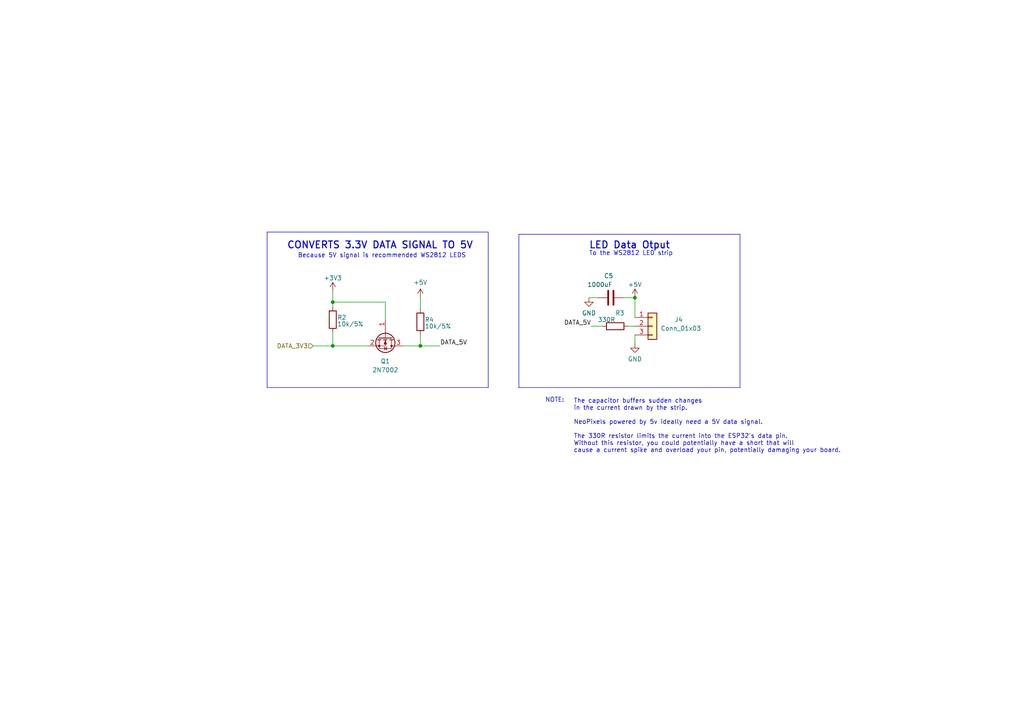
<source format=kicad_sch>
(kicad_sch (version 20230121) (generator eeschema)

  (uuid bbfa9207-5a38-49ed-b1ac-ddd6105ef167)

  (paper "A4")

  (lib_symbols
    (symbol "Connector_Generic:Conn_01x03" (pin_names (offset 1.016) hide) (in_bom yes) (on_board yes)
      (property "Reference" "J" (at 0 5.08 0)
        (effects (font (size 1.27 1.27)))
      )
      (property "Value" "Conn_01x03" (at 0 -5.08 0)
        (effects (font (size 1.27 1.27)))
      )
      (property "Footprint" "" (at 0 0 0)
        (effects (font (size 1.27 1.27)) hide)
      )
      (property "Datasheet" "~" (at 0 0 0)
        (effects (font (size 1.27 1.27)) hide)
      )
      (property "ki_keywords" "connector" (at 0 0 0)
        (effects (font (size 1.27 1.27)) hide)
      )
      (property "ki_description" "Generic connector, single row, 01x03, script generated (kicad-library-utils/schlib/autogen/connector/)" (at 0 0 0)
        (effects (font (size 1.27 1.27)) hide)
      )
      (property "ki_fp_filters" "Connector*:*_1x??_*" (at 0 0 0)
        (effects (font (size 1.27 1.27)) hide)
      )
      (symbol "Conn_01x03_1_1"
        (rectangle (start -1.27 -2.413) (end 0 -2.667)
          (stroke (width 0.1524) (type default))
          (fill (type none))
        )
        (rectangle (start -1.27 0.127) (end 0 -0.127)
          (stroke (width 0.1524) (type default))
          (fill (type none))
        )
        (rectangle (start -1.27 2.667) (end 0 2.413)
          (stroke (width 0.1524) (type default))
          (fill (type none))
        )
        (rectangle (start -1.27 3.81) (end 1.27 -3.81)
          (stroke (width 0.254) (type default))
          (fill (type background))
        )
        (pin passive line (at -5.08 2.54 0) (length 3.81)
          (name "Pin_1" (effects (font (size 1.27 1.27))))
          (number "1" (effects (font (size 1.27 1.27))))
        )
        (pin passive line (at -5.08 0 0) (length 3.81)
          (name "Pin_2" (effects (font (size 1.27 1.27))))
          (number "2" (effects (font (size 1.27 1.27))))
        )
        (pin passive line (at -5.08 -2.54 0) (length 3.81)
          (name "Pin_3" (effects (font (size 1.27 1.27))))
          (number "3" (effects (font (size 1.27 1.27))))
        )
      )
    )
    (symbol "Device:C" (pin_numbers hide) (pin_names (offset 0.254)) (in_bom yes) (on_board yes)
      (property "Reference" "C" (at 0.635 2.54 0)
        (effects (font (size 1.27 1.27)) (justify left))
      )
      (property "Value" "C" (at 0.635 -2.54 0)
        (effects (font (size 1.27 1.27)) (justify left))
      )
      (property "Footprint" "" (at 0.9652 -3.81 0)
        (effects (font (size 1.27 1.27)) hide)
      )
      (property "Datasheet" "~" (at 0 0 0)
        (effects (font (size 1.27 1.27)) hide)
      )
      (property "ki_keywords" "cap capacitor" (at 0 0 0)
        (effects (font (size 1.27 1.27)) hide)
      )
      (property "ki_description" "Unpolarized capacitor" (at 0 0 0)
        (effects (font (size 1.27 1.27)) hide)
      )
      (property "ki_fp_filters" "C_*" (at 0 0 0)
        (effects (font (size 1.27 1.27)) hide)
      )
      (symbol "C_0_1"
        (polyline
          (pts
            (xy -2.032 -0.762)
            (xy 2.032 -0.762)
          )
          (stroke (width 0.508) (type default))
          (fill (type none))
        )
        (polyline
          (pts
            (xy -2.032 0.762)
            (xy 2.032 0.762)
          )
          (stroke (width 0.508) (type default))
          (fill (type none))
        )
      )
      (symbol "C_1_1"
        (pin passive line (at 0 3.81 270) (length 2.794)
          (name "~" (effects (font (size 1.27 1.27))))
          (number "1" (effects (font (size 1.27 1.27))))
        )
        (pin passive line (at 0 -3.81 90) (length 2.794)
          (name "~" (effects (font (size 1.27 1.27))))
          (number "2" (effects (font (size 1.27 1.27))))
        )
      )
    )
    (symbol "Device:R" (pin_numbers hide) (pin_names (offset 0)) (in_bom yes) (on_board yes)
      (property "Reference" "R" (at 2.032 0 90)
        (effects (font (size 1.27 1.27)))
      )
      (property "Value" "R" (at 0 0 90)
        (effects (font (size 1.27 1.27)))
      )
      (property "Footprint" "" (at -1.778 0 90)
        (effects (font (size 1.27 1.27)) hide)
      )
      (property "Datasheet" "~" (at 0 0 0)
        (effects (font (size 1.27 1.27)) hide)
      )
      (property "ki_keywords" "R res resistor" (at 0 0 0)
        (effects (font (size 1.27 1.27)) hide)
      )
      (property "ki_description" "Resistor" (at 0 0 0)
        (effects (font (size 1.27 1.27)) hide)
      )
      (property "ki_fp_filters" "R_*" (at 0 0 0)
        (effects (font (size 1.27 1.27)) hide)
      )
      (symbol "R_0_1"
        (rectangle (start -1.016 -2.54) (end 1.016 2.54)
          (stroke (width 0.254) (type default))
          (fill (type none))
        )
      )
      (symbol "R_1_1"
        (pin passive line (at 0 3.81 270) (length 1.27)
          (name "~" (effects (font (size 1.27 1.27))))
          (number "1" (effects (font (size 1.27 1.27))))
        )
        (pin passive line (at 0 -3.81 90) (length 1.27)
          (name "~" (effects (font (size 1.27 1.27))))
          (number "2" (effects (font (size 1.27 1.27))))
        )
      )
    )
    (symbol "Transistor_FET:2N7002" (pin_names hide) (in_bom yes) (on_board yes)
      (property "Reference" "Q" (at 5.08 1.905 0)
        (effects (font (size 1.27 1.27)) (justify left))
      )
      (property "Value" "2N7002" (at 5.08 0 0)
        (effects (font (size 1.27 1.27)) (justify left))
      )
      (property "Footprint" "Package_TO_SOT_SMD:SOT-23" (at 5.08 -1.905 0)
        (effects (font (size 1.27 1.27) italic) (justify left) hide)
      )
      (property "Datasheet" "https://www.onsemi.com/pub/Collateral/NDS7002A-D.PDF" (at 0 0 0)
        (effects (font (size 1.27 1.27)) (justify left) hide)
      )
      (property "ki_keywords" "N-Channel Switching MOSFET" (at 0 0 0)
        (effects (font (size 1.27 1.27)) hide)
      )
      (property "ki_description" "0.115A Id, 60V Vds, N-Channel MOSFET, SOT-23" (at 0 0 0)
        (effects (font (size 1.27 1.27)) hide)
      )
      (property "ki_fp_filters" "SOT?23*" (at 0 0 0)
        (effects (font (size 1.27 1.27)) hide)
      )
      (symbol "2N7002_0_1"
        (polyline
          (pts
            (xy 0.254 0)
            (xy -2.54 0)
          )
          (stroke (width 0) (type default))
          (fill (type none))
        )
        (polyline
          (pts
            (xy 0.254 1.905)
            (xy 0.254 -1.905)
          )
          (stroke (width 0.254) (type default))
          (fill (type none))
        )
        (polyline
          (pts
            (xy 0.762 -1.27)
            (xy 0.762 -2.286)
          )
          (stroke (width 0.254) (type default))
          (fill (type none))
        )
        (polyline
          (pts
            (xy 0.762 0.508)
            (xy 0.762 -0.508)
          )
          (stroke (width 0.254) (type default))
          (fill (type none))
        )
        (polyline
          (pts
            (xy 0.762 2.286)
            (xy 0.762 1.27)
          )
          (stroke (width 0.254) (type default))
          (fill (type none))
        )
        (polyline
          (pts
            (xy 2.54 2.54)
            (xy 2.54 1.778)
          )
          (stroke (width 0) (type default))
          (fill (type none))
        )
        (polyline
          (pts
            (xy 2.54 -2.54)
            (xy 2.54 0)
            (xy 0.762 0)
          )
          (stroke (width 0) (type default))
          (fill (type none))
        )
        (polyline
          (pts
            (xy 0.762 -1.778)
            (xy 3.302 -1.778)
            (xy 3.302 1.778)
            (xy 0.762 1.778)
          )
          (stroke (width 0) (type default))
          (fill (type none))
        )
        (polyline
          (pts
            (xy 1.016 0)
            (xy 2.032 0.381)
            (xy 2.032 -0.381)
            (xy 1.016 0)
          )
          (stroke (width 0) (type default))
          (fill (type outline))
        )
        (polyline
          (pts
            (xy 2.794 0.508)
            (xy 2.921 0.381)
            (xy 3.683 0.381)
            (xy 3.81 0.254)
          )
          (stroke (width 0) (type default))
          (fill (type none))
        )
        (polyline
          (pts
            (xy 3.302 0.381)
            (xy 2.921 -0.254)
            (xy 3.683 -0.254)
            (xy 3.302 0.381)
          )
          (stroke (width 0) (type default))
          (fill (type none))
        )
        (circle (center 1.651 0) (radius 2.794)
          (stroke (width 0.254) (type default))
          (fill (type none))
        )
        (circle (center 2.54 -1.778) (radius 0.254)
          (stroke (width 0) (type default))
          (fill (type outline))
        )
        (circle (center 2.54 1.778) (radius 0.254)
          (stroke (width 0) (type default))
          (fill (type outline))
        )
      )
      (symbol "2N7002_1_1"
        (pin input line (at -5.08 0 0) (length 2.54)
          (name "G" (effects (font (size 1.27 1.27))))
          (number "1" (effects (font (size 1.27 1.27))))
        )
        (pin passive line (at 2.54 -5.08 90) (length 2.54)
          (name "S" (effects (font (size 1.27 1.27))))
          (number "2" (effects (font (size 1.27 1.27))))
        )
        (pin passive line (at 2.54 5.08 270) (length 2.54)
          (name "D" (effects (font (size 1.27 1.27))))
          (number "3" (effects (font (size 1.27 1.27))))
        )
      )
    )
    (symbol "power:+3V3" (power) (pin_names (offset 0)) (in_bom yes) (on_board yes)
      (property "Reference" "#PWR" (at 0 -3.81 0)
        (effects (font (size 1.27 1.27)) hide)
      )
      (property "Value" "+3V3" (at 0 3.556 0)
        (effects (font (size 1.27 1.27)))
      )
      (property "Footprint" "" (at 0 0 0)
        (effects (font (size 1.27 1.27)) hide)
      )
      (property "Datasheet" "" (at 0 0 0)
        (effects (font (size 1.27 1.27)) hide)
      )
      (property "ki_keywords" "global power" (at 0 0 0)
        (effects (font (size 1.27 1.27)) hide)
      )
      (property "ki_description" "Power symbol creates a global label with name \"+3V3\"" (at 0 0 0)
        (effects (font (size 1.27 1.27)) hide)
      )
      (symbol "+3V3_0_1"
        (polyline
          (pts
            (xy -0.762 1.27)
            (xy 0 2.54)
          )
          (stroke (width 0) (type default))
          (fill (type none))
        )
        (polyline
          (pts
            (xy 0 0)
            (xy 0 2.54)
          )
          (stroke (width 0) (type default))
          (fill (type none))
        )
        (polyline
          (pts
            (xy 0 2.54)
            (xy 0.762 1.27)
          )
          (stroke (width 0) (type default))
          (fill (type none))
        )
      )
      (symbol "+3V3_1_1"
        (pin power_in line (at 0 0 90) (length 0) hide
          (name "+3V3" (effects (font (size 1.27 1.27))))
          (number "1" (effects (font (size 1.27 1.27))))
        )
      )
    )
    (symbol "power:+5V" (power) (pin_names (offset 0)) (in_bom yes) (on_board yes)
      (property "Reference" "#PWR" (at 0 -3.81 0)
        (effects (font (size 1.27 1.27)) hide)
      )
      (property "Value" "+5V" (at 0 3.556 0)
        (effects (font (size 1.27 1.27)))
      )
      (property "Footprint" "" (at 0 0 0)
        (effects (font (size 1.27 1.27)) hide)
      )
      (property "Datasheet" "" (at 0 0 0)
        (effects (font (size 1.27 1.27)) hide)
      )
      (property "ki_keywords" "global power" (at 0 0 0)
        (effects (font (size 1.27 1.27)) hide)
      )
      (property "ki_description" "Power symbol creates a global label with name \"+5V\"" (at 0 0 0)
        (effects (font (size 1.27 1.27)) hide)
      )
      (symbol "+5V_0_1"
        (polyline
          (pts
            (xy -0.762 1.27)
            (xy 0 2.54)
          )
          (stroke (width 0) (type default))
          (fill (type none))
        )
        (polyline
          (pts
            (xy 0 0)
            (xy 0 2.54)
          )
          (stroke (width 0) (type default))
          (fill (type none))
        )
        (polyline
          (pts
            (xy 0 2.54)
            (xy 0.762 1.27)
          )
          (stroke (width 0) (type default))
          (fill (type none))
        )
      )
      (symbol "+5V_1_1"
        (pin power_in line (at 0 0 90) (length 0) hide
          (name "+5V" (effects (font (size 1.27 1.27))))
          (number "1" (effects (font (size 1.27 1.27))))
        )
      )
    )
    (symbol "power:GND" (power) (pin_names (offset 0)) (in_bom yes) (on_board yes)
      (property "Reference" "#PWR" (at 0 -6.35 0)
        (effects (font (size 1.27 1.27)) hide)
      )
      (property "Value" "GND" (at 0 -3.81 0)
        (effects (font (size 1.27 1.27)))
      )
      (property "Footprint" "" (at 0 0 0)
        (effects (font (size 1.27 1.27)) hide)
      )
      (property "Datasheet" "" (at 0 0 0)
        (effects (font (size 1.27 1.27)) hide)
      )
      (property "ki_keywords" "global power" (at 0 0 0)
        (effects (font (size 1.27 1.27)) hide)
      )
      (property "ki_description" "Power symbol creates a global label with name \"GND\" , ground" (at 0 0 0)
        (effects (font (size 1.27 1.27)) hide)
      )
      (symbol "GND_0_1"
        (polyline
          (pts
            (xy 0 0)
            (xy 0 -1.27)
            (xy 1.27 -1.27)
            (xy 0 -2.54)
            (xy -1.27 -1.27)
            (xy 0 -1.27)
          )
          (stroke (width 0) (type default))
          (fill (type none))
        )
      )
      (symbol "GND_1_1"
        (pin power_in line (at 0 0 270) (length 0) hide
          (name "GND" (effects (font (size 1.27 1.27))))
          (number "1" (effects (font (size 1.27 1.27))))
        )
      )
    )
  )

  (junction (at 121.92 100.33) (diameter 0) (color 0 0 0 0)
    (uuid 180588dc-e1e2-4fab-98bd-23546b4c599f)
  )
  (junction (at 96.52 100.33) (diameter 0) (color 0 0 0 0)
    (uuid 205ca301-8e0c-4933-8d53-1528e6072b78)
  )
  (junction (at 96.52 87.63) (diameter 0) (color 0 0 0 0)
    (uuid 30014833-27d3-473a-b70a-d4d4d25a8c22)
  )
  (junction (at 184.15 86.36) (diameter 0) (color 0 0 0 0)
    (uuid 49f5b3ee-c6f4-418f-9788-f290607faf15)
  )

  (wire (pts (xy 171.45 94.615) (xy 174.625 94.615))
    (stroke (width 0) (type default))
    (uuid 00263d84-98bc-45e9-a862-9dccdafa38ce)
  )
  (wire (pts (xy 116.84 100.33) (xy 121.92 100.33))
    (stroke (width 0) (type default))
    (uuid 06e7f269-0320-4e53-98df-b8eacb4e563a)
  )
  (wire (pts (xy 96.52 84.455) (xy 96.52 87.63))
    (stroke (width 0) (type default))
    (uuid 09f81ab3-dc51-4d8e-9b21-ea5652a51e50)
  )
  (wire (pts (xy 184.15 97.155) (xy 184.15 99.695))
    (stroke (width 0) (type default))
    (uuid 0ccaa191-b7e5-4870-ae3c-716474432bec)
  )
  (wire (pts (xy 121.92 100.33) (xy 121.92 97.155))
    (stroke (width 0) (type default))
    (uuid 2111d3ee-0c95-40a8-a34f-23db1579f25c)
  )
  (wire (pts (xy 121.92 86.36) (xy 121.92 89.535))
    (stroke (width 0) (type default))
    (uuid 232c417c-6c72-4df5-97d2-fdc2e9ac7147)
  )
  (wire (pts (xy 90.805 100.33) (xy 96.52 100.33))
    (stroke (width 0) (type default))
    (uuid 38b23a66-9702-4e1b-8e2e-d9d03723f6d6)
  )
  (wire (pts (xy 96.52 96.52) (xy 96.52 100.33))
    (stroke (width 0) (type default))
    (uuid 493917b3-3ff3-4a53-8ce5-b606c638fbba)
  )
  (polyline (pts (xy 150.495 67.945) (xy 214.63 67.945))
    (stroke (width 0) (type default))
    (uuid 4b150acb-ed44-4c47-8903-c0db9d18d88c)
  )
  (polyline (pts (xy 77.47 67.31) (xy 77.47 112.395))
    (stroke (width 0) (type default))
    (uuid 520a4262-f2e3-45ff-9dc0-856ddaeea6be)
  )
  (polyline (pts (xy 141.605 112.395) (xy 77.47 112.395))
    (stroke (width 0) (type default))
    (uuid 55842ba7-6998-45b7-8cb4-4652fa3b09f0)
  )

  (wire (pts (xy 111.76 87.63) (xy 111.76 92.71))
    (stroke (width 0) (type default))
    (uuid 5867469c-20ef-46b5-bea7-48e996ade232)
  )
  (wire (pts (xy 184.15 86.36) (xy 184.15 92.075))
    (stroke (width 0) (type default))
    (uuid 59f37e9c-1e93-4be2-a69d-b91cebaf207e)
  )
  (wire (pts (xy 170.815 86.36) (xy 173.355 86.36))
    (stroke (width 0) (type default))
    (uuid 5c40ee8d-a695-48d9-b4ad-ab9fc7df4613)
  )
  (wire (pts (xy 96.52 87.63) (xy 111.76 87.63))
    (stroke (width 0) (type default))
    (uuid 78d04734-42af-47d2-837d-3498f91aa2b8)
  )
  (polyline (pts (xy 150.495 67.945) (xy 150.495 112.395))
    (stroke (width 0) (type default))
    (uuid 7ef50864-4757-4145-9445-0f2624312dd0)
  )
  (polyline (pts (xy 77.47 67.31) (xy 141.605 67.31))
    (stroke (width 0) (type default))
    (uuid 856414d9-6d0c-47b1-9415-f540e07dc31f)
  )
  (polyline (pts (xy 214.63 67.945) (xy 214.63 112.395))
    (stroke (width 0) (type default))
    (uuid 87e2bdc9-66c7-468a-ab4a-132b9c05d8ed)
  )

  (wire (pts (xy 127.635 100.33) (xy 121.92 100.33))
    (stroke (width 0) (type default))
    (uuid 91bf1492-4bde-42b1-b105-aa7822c00974)
  )
  (polyline (pts (xy 141.605 67.31) (xy 141.605 112.395))
    (stroke (width 0) (type default))
    (uuid a656bf7a-fa39-4689-8d7b-3218bb4a7446)
  )

  (wire (pts (xy 184.15 94.615) (xy 182.245 94.615))
    (stroke (width 0) (type default))
    (uuid a942caf0-6a88-4992-a49c-9e936716fc37)
  )
  (wire (pts (xy 96.52 87.63) (xy 96.52 88.9))
    (stroke (width 0) (type default))
    (uuid bab3d7ac-7ca6-471b-b668-2336226fd078)
  )
  (wire (pts (xy 180.975 86.36) (xy 184.15 86.36))
    (stroke (width 0) (type default))
    (uuid cae05e1b-ba5e-48ea-8213-713efaee4ab9)
  )
  (polyline (pts (xy 214.63 112.395) (xy 150.495 112.395))
    (stroke (width 0) (type default))
    (uuid d6532b34-e159-4b5d-99d3-37fddde15400)
  )

  (wire (pts (xy 96.52 100.33) (xy 106.68 100.33))
    (stroke (width 0) (type default))
    (uuid dd272df5-7889-4e54-9941-8812a8682a80)
  )

  (text "CONVERTS 3.3V DATA SIGNAL TO 5V" (at 83.185 72.39 0)
    (effects (font (size 2 2) (thickness 0.3) bold) (justify left bottom))
    (uuid 5f0c70c9-50e5-4d1c-ac57-cc629ce60406)
  )
  (text "NOTE: \n" (at 158.115 116.84 0)
    (effects (font (size 1.27 1.27)) (justify left bottom))
    (uuid ae1c989c-e69d-40fd-9b44-7e29fac470f2)
  )
  (text "Because 5V signal is recommended WS2812 LEDS" (at 86.36 74.93 0)
    (effects (font (size 1.27 1.27)) (justify left bottom))
    (uuid ba2c160f-c2e3-41d9-bdb6-c69fa01ddaf2)
  )
  (text "The capacitor buffers sudden changes\nin the current drawn by the strip.\n\nNeoPixels powered by 5v ideally need a 5V data signal.\n\nThe 330R resistor limits the current into the ESP32's data pin.\nWithout this resistor, you could potentially have a short that will\ncause a current spike and overload your pin, potentially damaging your board."
    (at 166.37 131.445 0)
    (effects (font (size 1.27 1.27)) (justify left bottom))
    (uuid d028a8dd-f4ca-4a73-8aef-d09d6abcc510)
  )
  (text "LED Data Otput" (at 170.815 72.39 0)
    (effects (font (size 2 2) (thickness 0.3) bold) (justify left bottom))
    (uuid ef5b838a-133a-4f15-87b6-07f25eddbe54)
  )
  (text "To the WS2812 LED strip" (at 170.815 74.295 0)
    (effects (font (size 1.27 1.27)) (justify left bottom))
    (uuid f095a8c9-faae-47b2-86de-7957f6e7ed7d)
  )

  (label "DATA_5V" (at 171.45 94.615 180) (fields_autoplaced)
    (effects (font (size 1.27 1.27)) (justify right bottom))
    (uuid 2c4672e4-d1fe-4526-ae7f-e46039acf0e9)
  )
  (label "DATA_5V" (at 127.635 100.33 0) (fields_autoplaced)
    (effects (font (size 1.27 1.27)) (justify left bottom))
    (uuid ba30231a-abf9-4a32-b062-1be35b9a496e)
  )

  (hierarchical_label "DATA_3V3" (shape input) (at 90.805 100.33 180) (fields_autoplaced)
    (effects (font (size 1.27 1.27)) (justify right))
    (uuid f9f72740-2e8c-46d5-9fe2-49bcacd1f7ca)
  )

  (symbol (lib_id "Device:R") (at 178.435 94.615 270) (mirror x) (unit 1)
    (in_bom yes) (on_board yes) (dnp no)
    (uuid 00b3a3b9-fcd7-4f31-bc5d-11c1d8f2c75c)
    (property "Reference" "R3" (at 178.435 90.805 90)
      (effects (font (size 1.27 1.27)) (justify left))
    )
    (property "Value" "330R" (at 173.355 92.71 90)
      (effects (font (size 1.27 1.27)) (justify left))
    )
    (property "Footprint" "Resistor_SMD:R_0603_1608Metric" (at 178.435 96.393 90)
      (effects (font (size 1.27 1.27)) hide)
    )
    (property "Datasheet" "~" (at 178.435 94.615 0)
      (effects (font (size 1.27 1.27)) hide)
    )
    (property "Vendor" "JLCPCB" (at 178.435 94.615 0)
      (effects (font (size 1.27 1.27)) hide)
    )
    (property "MPN" "0603WAF3300T5E" (at 178.435 94.615 0)
      (effects (font (size 1.27 1.27)) hide)
    )
    (pin "1" (uuid 26611a92-18c1-42ef-8c15-36242ee677aa))
    (pin "2" (uuid 0d8e2d56-7b6c-436c-858f-1e1ffe37fedf))
    (instances
      (project "MoodLamp"
        (path "/e63e39d7-6ac0-4ffd-8aa3-1841a4541b55"
          (reference "R3") (unit 1)
        )
        (path "/e63e39d7-6ac0-4ffd-8aa3-1841a4541b55/032f2ca1-9d1b-487a-bf50-5e7532767389"
          (reference "R3") (unit 1)
        )
      )
    )
  )

  (symbol (lib_id "Device:R") (at 96.52 92.71 0) (unit 1)
    (in_bom yes) (on_board yes) (dnp no)
    (uuid 01e44f70-ddbf-49f4-82fd-a21e20f2f82d)
    (property "Reference" "R2" (at 97.79 92.075 0)
      (effects (font (size 1.27 1.27)) (justify left))
    )
    (property "Value" "10k/5%" (at 97.79 93.98 0)
      (effects (font (size 1.27 1.27)) (justify left))
    )
    (property "Footprint" "Resistor_SMD:R_0603_1608Metric" (at 94.742 92.71 90)
      (effects (font (size 1.27 1.27)) hide)
    )
    (property "Datasheet" "~" (at 96.52 92.71 0)
      (effects (font (size 1.27 1.27)) hide)
    )
    (property "Vendor" "JLCPCB" (at 96.52 92.71 0)
      (effects (font (size 1.27 1.27)) hide)
    )
    (property "MPN" "0603WAF1002T5E" (at 96.52 92.71 0)
      (effects (font (size 1.27 1.27)) hide)
    )
    (pin "1" (uuid 71a899a6-5b34-4fc2-98b4-f365111d23fb))
    (pin "2" (uuid 4a82a219-83ec-4ac7-b48a-f7bfc89d9bb6))
    (instances
      (project "MoodLamp"
        (path "/e63e39d7-6ac0-4ffd-8aa3-1841a4541b55"
          (reference "R2") (unit 1)
        )
        (path "/e63e39d7-6ac0-4ffd-8aa3-1841a4541b55/032f2ca1-9d1b-487a-bf50-5e7532767389"
          (reference "R2") (unit 1)
        )
      )
    )
  )

  (symbol (lib_id "power:+5V") (at 121.92 86.36 0) (unit 1)
    (in_bom yes) (on_board yes) (dnp no)
    (uuid 178a2230-ece1-4d15-b8ca-68052a640e97)
    (property "Reference" "#PWR011" (at 121.92 90.17 0)
      (effects (font (size 1.27 1.27)) hide)
    )
    (property "Value" "+5V" (at 121.92 81.915 0)
      (effects (font (size 1.27 1.27)))
    )
    (property "Footprint" "" (at 121.92 86.36 0)
      (effects (font (size 1.27 1.27)) hide)
    )
    (property "Datasheet" "" (at 121.92 86.36 0)
      (effects (font (size 1.27 1.27)) hide)
    )
    (pin "1" (uuid 068b1c2b-aa85-44fb-abae-9a503bb9a8fa))
    (instances
      (project "MoodLamp"
        (path "/e63e39d7-6ac0-4ffd-8aa3-1841a4541b55"
          (reference "#PWR011") (unit 1)
        )
        (path "/e63e39d7-6ac0-4ffd-8aa3-1841a4541b55/032f2ca1-9d1b-487a-bf50-5e7532767389"
          (reference "#PWR020") (unit 1)
        )
      )
    )
  )

  (symbol (lib_id "power:GND") (at 170.815 86.36 0) (mirror y) (unit 1)
    (in_bom yes) (on_board yes) (dnp no) (fields_autoplaced)
    (uuid 20565c21-311c-4ab4-90ac-f450d9ec566b)
    (property "Reference" "#PWR010" (at 170.815 92.71 0)
      (effects (font (size 1.27 1.27)) hide)
    )
    (property "Value" "GND" (at 170.815 90.805 0)
      (effects (font (size 1.27 1.27)))
    )
    (property "Footprint" "" (at 170.815 86.36 0)
      (effects (font (size 1.27 1.27)) hide)
    )
    (property "Datasheet" "" (at 170.815 86.36 0)
      (effects (font (size 1.27 1.27)) hide)
    )
    (pin "1" (uuid 94de6d98-4b1f-47c3-8b1f-f5a00281d3bb))
    (instances
      (project "MoodLamp"
        (path "/e63e39d7-6ac0-4ffd-8aa3-1841a4541b55"
          (reference "#PWR010") (unit 1)
        )
        (path "/e63e39d7-6ac0-4ffd-8aa3-1841a4541b55/032f2ca1-9d1b-487a-bf50-5e7532767389"
          (reference "#PWR011") (unit 1)
        )
      )
    )
  )

  (symbol (lib_id "power:+3V3") (at 96.52 84.455 0) (unit 1)
    (in_bom yes) (on_board yes) (dnp no) (fields_autoplaced)
    (uuid 4b9be009-ddfc-42c4-8d56-011b6598e95d)
    (property "Reference" "#PWR020" (at 96.52 88.265 0)
      (effects (font (size 1.27 1.27)) hide)
    )
    (property "Value" "+3V3" (at 96.52 80.645 0)
      (effects (font (size 1.27 1.27)))
    )
    (property "Footprint" "" (at 96.52 84.455 0)
      (effects (font (size 1.27 1.27)) hide)
    )
    (property "Datasheet" "" (at 96.52 84.455 0)
      (effects (font (size 1.27 1.27)) hide)
    )
    (pin "1" (uuid 0e61fafb-6ce0-4a23-bdef-223bd633be21))
    (instances
      (project "MoodLamp"
        (path "/e63e39d7-6ac0-4ffd-8aa3-1841a4541b55"
          (reference "#PWR020") (unit 1)
        )
        (path "/e63e39d7-6ac0-4ffd-8aa3-1841a4541b55/032f2ca1-9d1b-487a-bf50-5e7532767389"
          (reference "#PWR08") (unit 1)
        )
      )
    )
  )

  (symbol (lib_id "Connector_Generic:Conn_01x03") (at 189.23 94.615 0) (unit 1)
    (in_bom yes) (on_board yes) (dnp no)
    (uuid 949ee6c4-2f8d-47d8-9572-f3f4ecebeae7)
    (property "Reference" "J4" (at 196.85 92.71 0)
      (effects (font (size 1.27 1.27)))
    )
    (property "Value" "Conn_01x03" (at 197.485 95.25 0)
      (effects (font (size 1.27 1.27)))
    )
    (property "Footprint" "Connector_PinHeader_2.54mm:PinHeader_1x03_P2.54mm_Vertical" (at 189.23 94.615 0)
      (effects (font (size 1.27 1.27)) hide)
    )
    (property "Datasheet" "~" (at 189.23 94.615 0)
      (effects (font (size 1.27 1.27)) hide)
    )
    (pin "1" (uuid 3c495fcd-97ab-4767-a679-4aa02957e3e8))
    (pin "2" (uuid 2b3fdabd-edae-4211-b6cb-c10c3c860b1a))
    (pin "3" (uuid 3fc2d43a-908d-417c-8ab4-d4055254d0df))
    (instances
      (project "MoodLamp"
        (path "/e63e39d7-6ac0-4ffd-8aa3-1841a4541b55"
          (reference "J4") (unit 1)
        )
        (path "/e63e39d7-6ac0-4ffd-8aa3-1841a4541b55/032f2ca1-9d1b-487a-bf50-5e7532767389"
          (reference "J4") (unit 1)
        )
      )
    )
  )

  (symbol (lib_id "Transistor_FET:2N7002") (at 111.76 97.79 270) (unit 1)
    (in_bom yes) (on_board yes) (dnp no) (fields_autoplaced)
    (uuid 990a3479-f4b4-4e14-b71f-0d076b2c11bf)
    (property "Reference" "Q1" (at 111.76 104.775 90)
      (effects (font (size 1.27 1.27)))
    )
    (property "Value" "2N7002" (at 111.76 107.315 90)
      (effects (font (size 1.27 1.27)))
    )
    (property "Footprint" "Package_TO_SOT_SMD:SOT-23" (at 109.855 102.87 0)
      (effects (font (size 1.27 1.27) italic) (justify left) hide)
    )
    (property "Datasheet" "https://www.onsemi.com/pub/Collateral/NDS7002A-D.PDF" (at 111.76 97.79 0)
      (effects (font (size 1.27 1.27)) (justify left) hide)
    )
    (property "MPN" "2N7002" (at 111.76 97.79 0)
      (effects (font (size 1.27 1.27)) hide)
    )
    (property "Vendor" "JLCPCB" (at 111.76 97.79 0)
      (effects (font (size 1.27 1.27)) hide)
    )
    (pin "1" (uuid 15fdc12c-c14e-48b7-bf01-1402fc999b07))
    (pin "2" (uuid 8adf6046-adb3-4e67-9039-9ec41ed9b422))
    (pin "3" (uuid 8eb8497f-9fb8-4342-bb24-324d5ea0d3cd))
    (instances
      (project "MoodLamp"
        (path "/e63e39d7-6ac0-4ffd-8aa3-1841a4541b55"
          (reference "Q1") (unit 1)
        )
        (path "/e63e39d7-6ac0-4ffd-8aa3-1841a4541b55/032f2ca1-9d1b-487a-bf50-5e7532767389"
          (reference "Q1") (unit 1)
        )
      )
    )
  )

  (symbol (lib_id "Device:C") (at 177.165 86.36 270) (mirror x) (unit 1)
    (in_bom yes) (on_board yes) (dnp no)
    (uuid bec5d0a4-4d57-41e5-8bc0-7735227997e9)
    (property "Reference" "C5" (at 176.53 80.01 90)
      (effects (font (size 1.27 1.27)))
    )
    (property "Value" "1000uF" (at 173.99 82.55 90)
      (effects (font (size 1.27 1.27)))
    )
    (property "Footprint" "Capacitor_THT:CP_Radial_D8.0mm_P5.00mm" (at 173.355 85.3948 0)
      (effects (font (size 1.27 1.27)) hide)
    )
    (property "Datasheet" "~" (at 177.165 86.36 0)
      (effects (font (size 1.27 1.27)) hide)
    )
    (property "Vendor" "" (at 177.165 86.36 0)
      (effects (font (size 1.27 1.27)) hide)
    )
    (property "MPN" "" (at 177.165 86.36 0)
      (effects (font (size 1.27 1.27)) hide)
    )
    (pin "1" (uuid cfc63ea0-d8ca-4c87-9f10-fb60cef798a0))
    (pin "2" (uuid 96447b72-c4e4-4953-bb05-fb0015647c79))
    (instances
      (project "MoodLamp"
        (path "/e63e39d7-6ac0-4ffd-8aa3-1841a4541b55"
          (reference "C5") (unit 1)
        )
        (path "/e63e39d7-6ac0-4ffd-8aa3-1841a4541b55/032f2ca1-9d1b-487a-bf50-5e7532767389"
          (reference "C5") (unit 1)
        )
      )
    )
  )

  (symbol (lib_id "power:GND") (at 184.15 99.695 0) (mirror y) (unit 1)
    (in_bom yes) (on_board yes) (dnp no) (fields_autoplaced)
    (uuid c4098b8c-902e-45ab-8113-afcf3fb47175)
    (property "Reference" "#PWR09" (at 184.15 106.045 0)
      (effects (font (size 1.27 1.27)) hide)
    )
    (property "Value" "GND" (at 184.15 104.14 0)
      (effects (font (size 1.27 1.27)))
    )
    (property "Footprint" "" (at 184.15 99.695 0)
      (effects (font (size 1.27 1.27)) hide)
    )
    (property "Datasheet" "" (at 184.15 99.695 0)
      (effects (font (size 1.27 1.27)) hide)
    )
    (pin "1" (uuid 7648a907-2285-4082-950a-688404b88ab4))
    (instances
      (project "MoodLamp"
        (path "/e63e39d7-6ac0-4ffd-8aa3-1841a4541b55"
          (reference "#PWR09") (unit 1)
        )
        (path "/e63e39d7-6ac0-4ffd-8aa3-1841a4541b55/032f2ca1-9d1b-487a-bf50-5e7532767389"
          (reference "#PWR010") (unit 1)
        )
      )
    )
  )

  (symbol (lib_id "Device:R") (at 121.92 93.345 0) (unit 1)
    (in_bom yes) (on_board yes) (dnp no)
    (uuid eb70eb02-7723-4cfb-8a7e-9550cc289bc3)
    (property "Reference" "R4" (at 123.19 92.71 0)
      (effects (font (size 1.27 1.27)) (justify left))
    )
    (property "Value" "10k/5%" (at 123.19 94.615 0)
      (effects (font (size 1.27 1.27)) (justify left))
    )
    (property "Footprint" "Resistor_SMD:R_0603_1608Metric" (at 120.142 93.345 90)
      (effects (font (size 1.27 1.27)) hide)
    )
    (property "Datasheet" "~" (at 121.92 93.345 0)
      (effects (font (size 1.27 1.27)) hide)
    )
    (property "Vendor" "JLCPCB" (at 121.92 93.345 0)
      (effects (font (size 1.27 1.27)) hide)
    )
    (property "MPN" "0603WAF1002T5E" (at 121.92 93.345 0)
      (effects (font (size 1.27 1.27)) hide)
    )
    (pin "1" (uuid b68dee34-a8e3-49fd-bfb1-3f83a11772e1))
    (pin "2" (uuid 50b84d20-facd-4bed-80dd-abea3808abd1))
    (instances
      (project "MoodLamp"
        (path "/e63e39d7-6ac0-4ffd-8aa3-1841a4541b55"
          (reference "R4") (unit 1)
        )
        (path "/e63e39d7-6ac0-4ffd-8aa3-1841a4541b55/032f2ca1-9d1b-487a-bf50-5e7532767389"
          (reference "R4") (unit 1)
        )
      )
    )
  )

  (symbol (lib_id "power:+5V") (at 184.15 86.36 0) (mirror y) (unit 1)
    (in_bom yes) (on_board yes) (dnp no)
    (uuid f795be12-ea1e-490f-8cde-9a1b82555003)
    (property "Reference" "#PWR08" (at 184.15 90.17 0)
      (effects (font (size 1.27 1.27)) hide)
    )
    (property "Value" "+5V" (at 184.15 82.55 0)
      (effects (font (size 1.27 1.27)))
    )
    (property "Footprint" "" (at 184.15 86.36 0)
      (effects (font (size 1.27 1.27)) hide)
    )
    (property "Datasheet" "" (at 184.15 86.36 0)
      (effects (font (size 1.27 1.27)) hide)
    )
    (pin "1" (uuid da2aa8da-8bdf-4579-8d39-8a2cc12d31cb))
    (instances
      (project "MoodLamp"
        (path "/e63e39d7-6ac0-4ffd-8aa3-1841a4541b55"
          (reference "#PWR08") (unit 1)
        )
        (path "/e63e39d7-6ac0-4ffd-8aa3-1841a4541b55/032f2ca1-9d1b-487a-bf50-5e7532767389"
          (reference "#PWR09") (unit 1)
        )
      )
    )
  )
)

</source>
